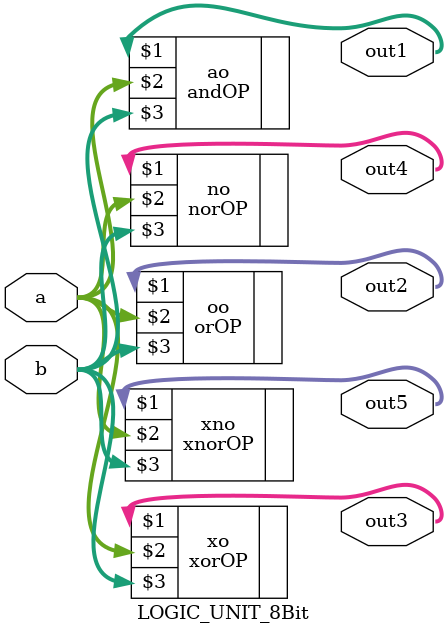
<source format=v>
`timescale 1ns / 1ps

module LOGIC_UNIT_8Bit(out1, out2, out3, out4, out5, a, b);

input [7:0] a,b;
output [7:0] out1, out2, out3, out4, out5;

andOP ao(out1,a,b);
orOP  oo(out2,a,b);
xorOP xo(out3,a,b);
norOP no(out4,a,b);
xnorOP xno(out5,a,b);

endmodule

</source>
